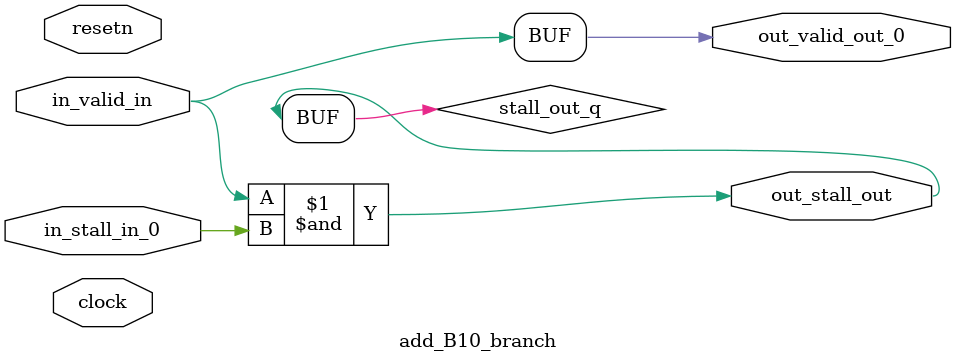
<source format=sv>



(* altera_attribute = "-name AUTO_SHIFT_REGISTER_RECOGNITION OFF; -name MESSAGE_DISABLE 10036; -name MESSAGE_DISABLE 10037; -name MESSAGE_DISABLE 14130; -name MESSAGE_DISABLE 14320; -name MESSAGE_DISABLE 15400; -name MESSAGE_DISABLE 14130; -name MESSAGE_DISABLE 10036; -name MESSAGE_DISABLE 12020; -name MESSAGE_DISABLE 12030; -name MESSAGE_DISABLE 12010; -name MESSAGE_DISABLE 12110; -name MESSAGE_DISABLE 14320; -name MESSAGE_DISABLE 13410; -name MESSAGE_DISABLE 113007; -name MESSAGE_DISABLE 10958" *)
module add_B10_branch (
    input wire [0:0] in_stall_in_0,
    input wire [0:0] in_valid_in,
    output wire [0:0] out_stall_out,
    output wire [0:0] out_valid_out_0,
    input wire clock,
    input wire resetn
    );

    wire [0:0] stall_out_q;


    // stall_out(LOGICAL,6)
    assign stall_out_q = in_valid_in & in_stall_in_0;

    // out_stall_out(GPOUT,4)
    assign out_stall_out = stall_out_q;

    // out_valid_out_0(GPOUT,5)
    assign out_valid_out_0 = in_valid_in;

endmodule

</source>
